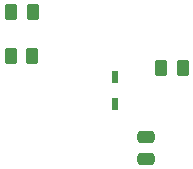
<source format=gbr>
%TF.GenerationSoftware,KiCad,Pcbnew,8.0.3*%
%TF.CreationDate,2024-12-07T22:28:51-06:00*%
%TF.ProjectId,wearable_som,77656172-6162-46c6-955f-736f6d2e6b69,rev?*%
%TF.SameCoordinates,Original*%
%TF.FileFunction,Paste,Bot*%
%TF.FilePolarity,Positive*%
%FSLAX46Y46*%
G04 Gerber Fmt 4.6, Leading zero omitted, Abs format (unit mm)*
G04 Created by KiCad (PCBNEW 8.0.3) date 2024-12-07 22:28:51*
%MOMM*%
%LPD*%
G01*
G04 APERTURE LIST*
G04 Aperture macros list*
%AMRoundRect*
0 Rectangle with rounded corners*
0 $1 Rounding radius*
0 $2 $3 $4 $5 $6 $7 $8 $9 X,Y pos of 4 corners*
0 Add a 4 corners polygon primitive as box body*
4,1,4,$2,$3,$4,$5,$6,$7,$8,$9,$2,$3,0*
0 Add four circle primitives for the rounded corners*
1,1,$1+$1,$2,$3*
1,1,$1+$1,$4,$5*
1,1,$1+$1,$6,$7*
1,1,$1+$1,$8,$9*
0 Add four rect primitives between the rounded corners*
20,1,$1+$1,$2,$3,$4,$5,0*
20,1,$1+$1,$4,$5,$6,$7,0*
20,1,$1+$1,$6,$7,$8,$9,0*
20,1,$1+$1,$8,$9,$2,$3,0*%
G04 Aperture macros list end*
%ADD10RoundRect,0.250000X-0.475000X0.250000X-0.475000X-0.250000X0.475000X-0.250000X0.475000X0.250000X0*%
%ADD11RoundRect,0.250000X0.262500X0.450000X-0.262500X0.450000X-0.262500X-0.450000X0.262500X-0.450000X0*%
%ADD12R,0.500000X1.075000*%
G04 APERTURE END LIST*
D10*
%TO.C,C8*%
X106475000Y-137400000D03*
X106475000Y-139300000D03*
%TD*%
D11*
%TO.C,R1*%
X96900000Y-126875000D03*
X95075000Y-126875000D03*
%TD*%
%TO.C,R2*%
X96875000Y-130550000D03*
X95050000Y-130550000D03*
%TD*%
%TO.C,R3*%
X109637500Y-131575000D03*
X107812500Y-131575000D03*
%TD*%
D12*
%TO.C,D1*%
X103850000Y-132313000D03*
X103850000Y-134637000D03*
%TD*%
M02*

</source>
